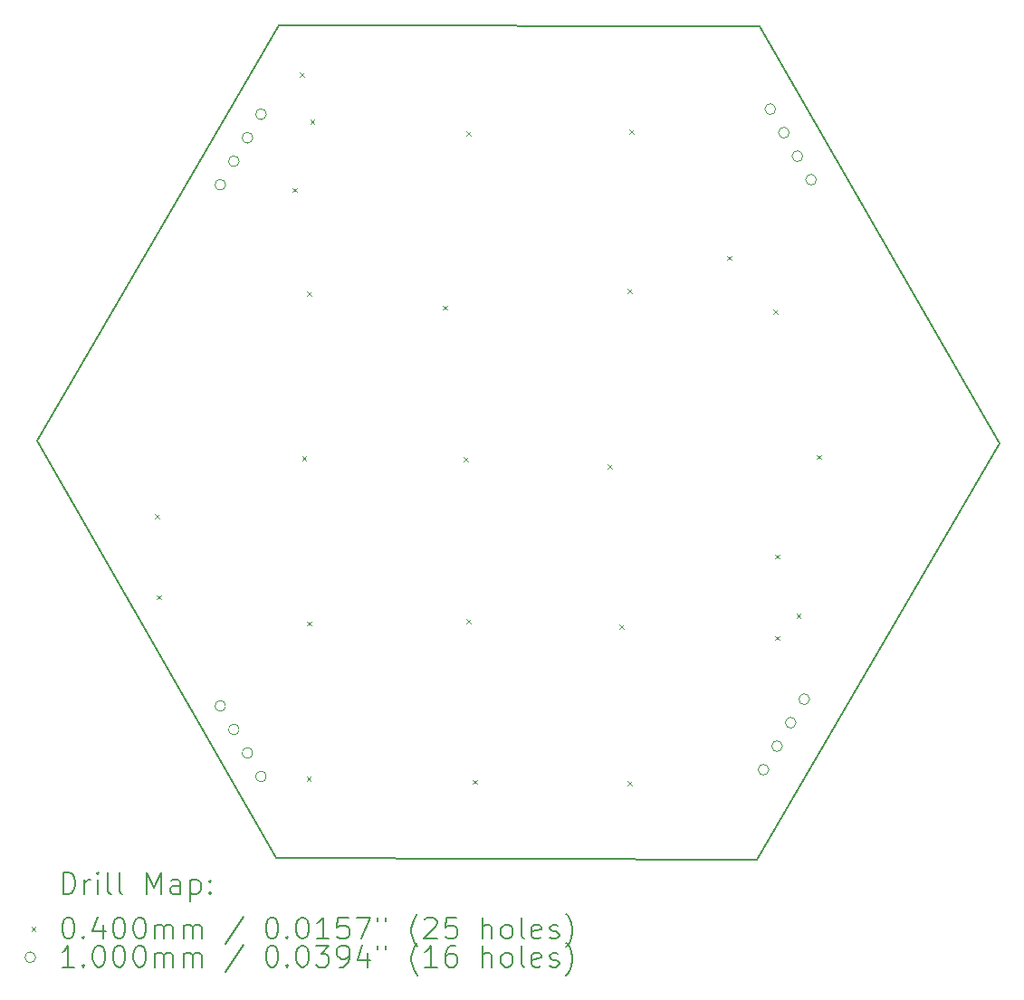
<source format=gbr>
%FSLAX45Y45*%
G04 Gerber Fmt 4.5, Leading zero omitted, Abs format (unit mm)*
G04 Created by KiCad (PCBNEW 6.0.5-a6ca702e91~116~ubuntu22.04.1) date 2022-07-22 23:50:19*
%MOMM*%
%LPD*%
G01*
G04 APERTURE LIST*
%TA.AperFunction,Profile*%
%ADD10C,0.200000*%
%TD*%
%ADD11C,0.200000*%
%ADD12C,0.040000*%
%ADD13C,0.100000*%
G04 APERTURE END LIST*
D10*
X16094357Y-5454412D02*
X11594357Y-5440684D01*
X16070580Y-13248640D02*
X18332469Y-9358390D01*
X11570580Y-13234912D02*
X16070580Y-13248640D01*
X11594357Y-5440684D02*
X9332469Y-9330934D01*
X9332469Y-9330934D02*
X11570580Y-13234912D01*
X18332469Y-9358390D02*
X16094357Y-5454412D01*
D11*
D12*
X10437180Y-10015540D02*
X10477180Y-10055540D01*
X10477180Y-10015540D02*
X10437180Y-10055540D01*
X10457500Y-10775000D02*
X10497500Y-10815000D01*
X10497500Y-10775000D02*
X10457500Y-10815000D01*
X11727500Y-6965000D02*
X11767500Y-7005000D01*
X11767500Y-6965000D02*
X11727500Y-7005000D01*
X11791000Y-5885500D02*
X11831000Y-5925500D01*
X11831000Y-5885500D02*
X11791000Y-5925500D01*
X11813860Y-9477060D02*
X11853860Y-9517060D01*
X11853860Y-9477060D02*
X11813860Y-9517060D01*
X11857040Y-12471720D02*
X11897040Y-12511720D01*
X11897040Y-12471720D02*
X11857040Y-12511720D01*
X11859580Y-7935280D02*
X11899580Y-7975280D01*
X11899580Y-7935280D02*
X11859580Y-7975280D01*
X11862120Y-11018840D02*
X11902120Y-11058840D01*
X11902120Y-11018840D02*
X11862120Y-11058840D01*
X11890060Y-6324920D02*
X11930060Y-6364920D01*
X11930060Y-6324920D02*
X11890060Y-6364920D01*
X13132120Y-8064820D02*
X13172120Y-8104820D01*
X13172120Y-8064820D02*
X13132120Y-8104820D01*
X13327700Y-9482140D02*
X13367700Y-9522140D01*
X13367700Y-9482140D02*
X13327700Y-9522140D01*
X13348020Y-11001060D02*
X13388020Y-11041060D01*
X13388020Y-11001060D02*
X13348020Y-11041060D01*
X13353100Y-6436680D02*
X13393100Y-6476680D01*
X13393100Y-6436680D02*
X13353100Y-6476680D01*
X13408980Y-12502200D02*
X13448980Y-12542200D01*
X13448980Y-12502200D02*
X13408980Y-12542200D01*
X14671360Y-9548180D02*
X14711360Y-9588180D01*
X14711360Y-9548180D02*
X14671360Y-9588180D01*
X14783120Y-11046780D02*
X14823120Y-11086780D01*
X14823120Y-11046780D02*
X14783120Y-11086780D01*
X14856780Y-7907340D02*
X14896780Y-7947340D01*
X14896780Y-7907340D02*
X14856780Y-7947340D01*
X14859320Y-12514900D02*
X14899320Y-12554900D01*
X14899320Y-12514900D02*
X14859320Y-12554900D01*
X14874560Y-6418900D02*
X14914560Y-6458900D01*
X14914560Y-6418900D02*
X14874560Y-6458900D01*
X15791500Y-7600000D02*
X15831500Y-7640000D01*
X15831500Y-7600000D02*
X15791500Y-7640000D01*
X16218220Y-8105460D02*
X16258220Y-8145460D01*
X16258220Y-8105460D02*
X16218220Y-8145460D01*
X16236000Y-10394000D02*
X16276000Y-10434000D01*
X16276000Y-10394000D02*
X16236000Y-10434000D01*
X16236000Y-11156000D02*
X16276000Y-11196000D01*
X16276000Y-11156000D02*
X16236000Y-11196000D01*
X16436660Y-10947720D02*
X16476660Y-10987720D01*
X16476660Y-10947720D02*
X16436660Y-10987720D01*
X16624620Y-9461820D02*
X16664620Y-9501820D01*
X16664620Y-9461820D02*
X16624620Y-9501820D01*
D13*
X11099000Y-6934822D02*
G75*
G03*
X11099000Y-6934822I-50000J0D01*
G01*
X11099000Y-11811000D02*
G75*
G03*
X11099000Y-11811000I-50000J0D01*
G01*
X11226000Y-6714851D02*
G75*
G03*
X11226000Y-6714851I-50000J0D01*
G01*
X11226000Y-12030970D02*
G75*
G03*
X11226000Y-12030970I-50000J0D01*
G01*
X11353000Y-6494881D02*
G75*
G03*
X11353000Y-6494881I-50000J0D01*
G01*
X11353000Y-12250941D02*
G75*
G03*
X11353000Y-12250941I-50000J0D01*
G01*
X11480000Y-6274910D02*
G75*
G03*
X11480000Y-6274910I-50000J0D01*
G01*
X11480000Y-12470911D02*
G75*
G03*
X11480000Y-12470911I-50000J0D01*
G01*
X16179000Y-12407411D02*
G75*
G03*
X16179000Y-12407411I-50000J0D01*
G01*
X16242500Y-6227559D02*
G75*
G03*
X16242500Y-6227559I-50000J0D01*
G01*
X16306000Y-12187441D02*
G75*
G03*
X16306000Y-12187441I-50000J0D01*
G01*
X16369500Y-6447530D02*
G75*
G03*
X16369500Y-6447530I-50000J0D01*
G01*
X16433000Y-11967470D02*
G75*
G03*
X16433000Y-11967470I-50000J0D01*
G01*
X16496500Y-6667500D02*
G75*
G03*
X16496500Y-6667500I-50000J0D01*
G01*
X16560000Y-11747500D02*
G75*
G03*
X16560000Y-11747500I-50000J0D01*
G01*
X16623500Y-6887470D02*
G75*
G03*
X16623500Y-6887470I-50000J0D01*
G01*
D11*
X9580088Y-13569116D02*
X9580088Y-13369116D01*
X9627707Y-13369116D01*
X9656278Y-13378640D01*
X9675326Y-13397688D01*
X9684850Y-13416735D01*
X9694373Y-13454830D01*
X9694373Y-13483402D01*
X9684850Y-13521497D01*
X9675326Y-13540545D01*
X9656278Y-13559592D01*
X9627707Y-13569116D01*
X9580088Y-13569116D01*
X9780088Y-13569116D02*
X9780088Y-13435783D01*
X9780088Y-13473878D02*
X9789612Y-13454830D01*
X9799135Y-13445307D01*
X9818183Y-13435783D01*
X9837231Y-13435783D01*
X9903897Y-13569116D02*
X9903897Y-13435783D01*
X9903897Y-13369116D02*
X9894373Y-13378640D01*
X9903897Y-13388164D01*
X9913421Y-13378640D01*
X9903897Y-13369116D01*
X9903897Y-13388164D01*
X10027707Y-13569116D02*
X10008659Y-13559592D01*
X9999135Y-13540545D01*
X9999135Y-13369116D01*
X10132469Y-13569116D02*
X10113421Y-13559592D01*
X10103897Y-13540545D01*
X10103897Y-13369116D01*
X10361040Y-13569116D02*
X10361040Y-13369116D01*
X10427707Y-13511973D01*
X10494373Y-13369116D01*
X10494373Y-13569116D01*
X10675326Y-13569116D02*
X10675326Y-13464354D01*
X10665802Y-13445307D01*
X10646754Y-13435783D01*
X10608659Y-13435783D01*
X10589612Y-13445307D01*
X10675326Y-13559592D02*
X10656278Y-13569116D01*
X10608659Y-13569116D01*
X10589612Y-13559592D01*
X10580088Y-13540545D01*
X10580088Y-13521497D01*
X10589612Y-13502449D01*
X10608659Y-13492926D01*
X10656278Y-13492926D01*
X10675326Y-13483402D01*
X10770564Y-13435783D02*
X10770564Y-13635783D01*
X10770564Y-13445307D02*
X10789612Y-13435783D01*
X10827707Y-13435783D01*
X10846754Y-13445307D01*
X10856278Y-13454830D01*
X10865802Y-13473878D01*
X10865802Y-13531021D01*
X10856278Y-13550068D01*
X10846754Y-13559592D01*
X10827707Y-13569116D01*
X10789612Y-13569116D01*
X10770564Y-13559592D01*
X10951516Y-13550068D02*
X10961040Y-13559592D01*
X10951516Y-13569116D01*
X10941993Y-13559592D01*
X10951516Y-13550068D01*
X10951516Y-13569116D01*
X10951516Y-13445307D02*
X10961040Y-13454830D01*
X10951516Y-13464354D01*
X10941993Y-13454830D01*
X10951516Y-13445307D01*
X10951516Y-13464354D01*
D12*
X9282469Y-13878640D02*
X9322469Y-13918640D01*
X9322469Y-13878640D02*
X9282469Y-13918640D01*
D11*
X9618183Y-13789116D02*
X9637231Y-13789116D01*
X9656278Y-13798640D01*
X9665802Y-13808164D01*
X9675326Y-13827211D01*
X9684850Y-13865307D01*
X9684850Y-13912926D01*
X9675326Y-13951021D01*
X9665802Y-13970068D01*
X9656278Y-13979592D01*
X9637231Y-13989116D01*
X9618183Y-13989116D01*
X9599135Y-13979592D01*
X9589612Y-13970068D01*
X9580088Y-13951021D01*
X9570564Y-13912926D01*
X9570564Y-13865307D01*
X9580088Y-13827211D01*
X9589612Y-13808164D01*
X9599135Y-13798640D01*
X9618183Y-13789116D01*
X9770564Y-13970068D02*
X9780088Y-13979592D01*
X9770564Y-13989116D01*
X9761040Y-13979592D01*
X9770564Y-13970068D01*
X9770564Y-13989116D01*
X9951516Y-13855783D02*
X9951516Y-13989116D01*
X9903897Y-13779592D02*
X9856278Y-13922449D01*
X9980088Y-13922449D01*
X10094373Y-13789116D02*
X10113421Y-13789116D01*
X10132469Y-13798640D01*
X10141993Y-13808164D01*
X10151516Y-13827211D01*
X10161040Y-13865307D01*
X10161040Y-13912926D01*
X10151516Y-13951021D01*
X10141993Y-13970068D01*
X10132469Y-13979592D01*
X10113421Y-13989116D01*
X10094373Y-13989116D01*
X10075326Y-13979592D01*
X10065802Y-13970068D01*
X10056278Y-13951021D01*
X10046754Y-13912926D01*
X10046754Y-13865307D01*
X10056278Y-13827211D01*
X10065802Y-13808164D01*
X10075326Y-13798640D01*
X10094373Y-13789116D01*
X10284850Y-13789116D02*
X10303897Y-13789116D01*
X10322945Y-13798640D01*
X10332469Y-13808164D01*
X10341993Y-13827211D01*
X10351516Y-13865307D01*
X10351516Y-13912926D01*
X10341993Y-13951021D01*
X10332469Y-13970068D01*
X10322945Y-13979592D01*
X10303897Y-13989116D01*
X10284850Y-13989116D01*
X10265802Y-13979592D01*
X10256278Y-13970068D01*
X10246754Y-13951021D01*
X10237231Y-13912926D01*
X10237231Y-13865307D01*
X10246754Y-13827211D01*
X10256278Y-13808164D01*
X10265802Y-13798640D01*
X10284850Y-13789116D01*
X10437231Y-13989116D02*
X10437231Y-13855783D01*
X10437231Y-13874830D02*
X10446754Y-13865307D01*
X10465802Y-13855783D01*
X10494373Y-13855783D01*
X10513421Y-13865307D01*
X10522945Y-13884354D01*
X10522945Y-13989116D01*
X10522945Y-13884354D02*
X10532469Y-13865307D01*
X10551516Y-13855783D01*
X10580088Y-13855783D01*
X10599135Y-13865307D01*
X10608659Y-13884354D01*
X10608659Y-13989116D01*
X10703897Y-13989116D02*
X10703897Y-13855783D01*
X10703897Y-13874830D02*
X10713421Y-13865307D01*
X10732469Y-13855783D01*
X10761040Y-13855783D01*
X10780088Y-13865307D01*
X10789612Y-13884354D01*
X10789612Y-13989116D01*
X10789612Y-13884354D02*
X10799135Y-13865307D01*
X10818183Y-13855783D01*
X10846754Y-13855783D01*
X10865802Y-13865307D01*
X10875326Y-13884354D01*
X10875326Y-13989116D01*
X11265802Y-13779592D02*
X11094373Y-14036735D01*
X11522945Y-13789116D02*
X11541992Y-13789116D01*
X11561040Y-13798640D01*
X11570564Y-13808164D01*
X11580088Y-13827211D01*
X11589611Y-13865307D01*
X11589611Y-13912926D01*
X11580088Y-13951021D01*
X11570564Y-13970068D01*
X11561040Y-13979592D01*
X11541992Y-13989116D01*
X11522945Y-13989116D01*
X11503897Y-13979592D01*
X11494373Y-13970068D01*
X11484850Y-13951021D01*
X11475326Y-13912926D01*
X11475326Y-13865307D01*
X11484850Y-13827211D01*
X11494373Y-13808164D01*
X11503897Y-13798640D01*
X11522945Y-13789116D01*
X11675326Y-13970068D02*
X11684850Y-13979592D01*
X11675326Y-13989116D01*
X11665802Y-13979592D01*
X11675326Y-13970068D01*
X11675326Y-13989116D01*
X11808659Y-13789116D02*
X11827707Y-13789116D01*
X11846754Y-13798640D01*
X11856278Y-13808164D01*
X11865802Y-13827211D01*
X11875326Y-13865307D01*
X11875326Y-13912926D01*
X11865802Y-13951021D01*
X11856278Y-13970068D01*
X11846754Y-13979592D01*
X11827707Y-13989116D01*
X11808659Y-13989116D01*
X11789611Y-13979592D01*
X11780088Y-13970068D01*
X11770564Y-13951021D01*
X11761040Y-13912926D01*
X11761040Y-13865307D01*
X11770564Y-13827211D01*
X11780088Y-13808164D01*
X11789611Y-13798640D01*
X11808659Y-13789116D01*
X12065802Y-13989116D02*
X11951516Y-13989116D01*
X12008659Y-13989116D02*
X12008659Y-13789116D01*
X11989611Y-13817688D01*
X11970564Y-13836735D01*
X11951516Y-13846259D01*
X12246754Y-13789116D02*
X12151516Y-13789116D01*
X12141992Y-13884354D01*
X12151516Y-13874830D01*
X12170564Y-13865307D01*
X12218183Y-13865307D01*
X12237231Y-13874830D01*
X12246754Y-13884354D01*
X12256278Y-13903402D01*
X12256278Y-13951021D01*
X12246754Y-13970068D01*
X12237231Y-13979592D01*
X12218183Y-13989116D01*
X12170564Y-13989116D01*
X12151516Y-13979592D01*
X12141992Y-13970068D01*
X12322945Y-13789116D02*
X12456278Y-13789116D01*
X12370564Y-13989116D01*
X12522945Y-13789116D02*
X12522945Y-13827211D01*
X12599135Y-13789116D02*
X12599135Y-13827211D01*
X12894373Y-14065307D02*
X12884850Y-14055783D01*
X12865802Y-14027211D01*
X12856278Y-14008164D01*
X12846754Y-13979592D01*
X12837231Y-13931973D01*
X12837231Y-13893878D01*
X12846754Y-13846259D01*
X12856278Y-13817688D01*
X12865802Y-13798640D01*
X12884850Y-13770068D01*
X12894373Y-13760545D01*
X12961040Y-13808164D02*
X12970564Y-13798640D01*
X12989611Y-13789116D01*
X13037231Y-13789116D01*
X13056278Y-13798640D01*
X13065802Y-13808164D01*
X13075326Y-13827211D01*
X13075326Y-13846259D01*
X13065802Y-13874830D01*
X12951516Y-13989116D01*
X13075326Y-13989116D01*
X13256278Y-13789116D02*
X13161040Y-13789116D01*
X13151516Y-13884354D01*
X13161040Y-13874830D01*
X13180088Y-13865307D01*
X13227707Y-13865307D01*
X13246754Y-13874830D01*
X13256278Y-13884354D01*
X13265802Y-13903402D01*
X13265802Y-13951021D01*
X13256278Y-13970068D01*
X13246754Y-13979592D01*
X13227707Y-13989116D01*
X13180088Y-13989116D01*
X13161040Y-13979592D01*
X13151516Y-13970068D01*
X13503897Y-13989116D02*
X13503897Y-13789116D01*
X13589611Y-13989116D02*
X13589611Y-13884354D01*
X13580088Y-13865307D01*
X13561040Y-13855783D01*
X13532469Y-13855783D01*
X13513421Y-13865307D01*
X13503897Y-13874830D01*
X13713421Y-13989116D02*
X13694373Y-13979592D01*
X13684850Y-13970068D01*
X13675326Y-13951021D01*
X13675326Y-13893878D01*
X13684850Y-13874830D01*
X13694373Y-13865307D01*
X13713421Y-13855783D01*
X13741992Y-13855783D01*
X13761040Y-13865307D01*
X13770564Y-13874830D01*
X13780088Y-13893878D01*
X13780088Y-13951021D01*
X13770564Y-13970068D01*
X13761040Y-13979592D01*
X13741992Y-13989116D01*
X13713421Y-13989116D01*
X13894373Y-13989116D02*
X13875326Y-13979592D01*
X13865802Y-13960545D01*
X13865802Y-13789116D01*
X14046754Y-13979592D02*
X14027707Y-13989116D01*
X13989611Y-13989116D01*
X13970564Y-13979592D01*
X13961040Y-13960545D01*
X13961040Y-13884354D01*
X13970564Y-13865307D01*
X13989611Y-13855783D01*
X14027707Y-13855783D01*
X14046754Y-13865307D01*
X14056278Y-13884354D01*
X14056278Y-13903402D01*
X13961040Y-13922449D01*
X14132469Y-13979592D02*
X14151516Y-13989116D01*
X14189611Y-13989116D01*
X14208659Y-13979592D01*
X14218183Y-13960545D01*
X14218183Y-13951021D01*
X14208659Y-13931973D01*
X14189611Y-13922449D01*
X14161040Y-13922449D01*
X14141992Y-13912926D01*
X14132469Y-13893878D01*
X14132469Y-13884354D01*
X14141992Y-13865307D01*
X14161040Y-13855783D01*
X14189611Y-13855783D01*
X14208659Y-13865307D01*
X14284850Y-14065307D02*
X14294373Y-14055783D01*
X14313421Y-14027211D01*
X14322945Y-14008164D01*
X14332469Y-13979592D01*
X14341992Y-13931973D01*
X14341992Y-13893878D01*
X14332469Y-13846259D01*
X14322945Y-13817688D01*
X14313421Y-13798640D01*
X14294373Y-13770068D01*
X14284850Y-13760545D01*
D13*
X9322469Y-14162640D02*
G75*
G03*
X9322469Y-14162640I-50000J0D01*
G01*
D11*
X9684850Y-14253116D02*
X9570564Y-14253116D01*
X9627707Y-14253116D02*
X9627707Y-14053116D01*
X9608659Y-14081688D01*
X9589612Y-14100735D01*
X9570564Y-14110259D01*
X9770564Y-14234068D02*
X9780088Y-14243592D01*
X9770564Y-14253116D01*
X9761040Y-14243592D01*
X9770564Y-14234068D01*
X9770564Y-14253116D01*
X9903897Y-14053116D02*
X9922945Y-14053116D01*
X9941993Y-14062640D01*
X9951516Y-14072164D01*
X9961040Y-14091211D01*
X9970564Y-14129307D01*
X9970564Y-14176926D01*
X9961040Y-14215021D01*
X9951516Y-14234068D01*
X9941993Y-14243592D01*
X9922945Y-14253116D01*
X9903897Y-14253116D01*
X9884850Y-14243592D01*
X9875326Y-14234068D01*
X9865802Y-14215021D01*
X9856278Y-14176926D01*
X9856278Y-14129307D01*
X9865802Y-14091211D01*
X9875326Y-14072164D01*
X9884850Y-14062640D01*
X9903897Y-14053116D01*
X10094373Y-14053116D02*
X10113421Y-14053116D01*
X10132469Y-14062640D01*
X10141993Y-14072164D01*
X10151516Y-14091211D01*
X10161040Y-14129307D01*
X10161040Y-14176926D01*
X10151516Y-14215021D01*
X10141993Y-14234068D01*
X10132469Y-14243592D01*
X10113421Y-14253116D01*
X10094373Y-14253116D01*
X10075326Y-14243592D01*
X10065802Y-14234068D01*
X10056278Y-14215021D01*
X10046754Y-14176926D01*
X10046754Y-14129307D01*
X10056278Y-14091211D01*
X10065802Y-14072164D01*
X10075326Y-14062640D01*
X10094373Y-14053116D01*
X10284850Y-14053116D02*
X10303897Y-14053116D01*
X10322945Y-14062640D01*
X10332469Y-14072164D01*
X10341993Y-14091211D01*
X10351516Y-14129307D01*
X10351516Y-14176926D01*
X10341993Y-14215021D01*
X10332469Y-14234068D01*
X10322945Y-14243592D01*
X10303897Y-14253116D01*
X10284850Y-14253116D01*
X10265802Y-14243592D01*
X10256278Y-14234068D01*
X10246754Y-14215021D01*
X10237231Y-14176926D01*
X10237231Y-14129307D01*
X10246754Y-14091211D01*
X10256278Y-14072164D01*
X10265802Y-14062640D01*
X10284850Y-14053116D01*
X10437231Y-14253116D02*
X10437231Y-14119783D01*
X10437231Y-14138830D02*
X10446754Y-14129307D01*
X10465802Y-14119783D01*
X10494373Y-14119783D01*
X10513421Y-14129307D01*
X10522945Y-14148354D01*
X10522945Y-14253116D01*
X10522945Y-14148354D02*
X10532469Y-14129307D01*
X10551516Y-14119783D01*
X10580088Y-14119783D01*
X10599135Y-14129307D01*
X10608659Y-14148354D01*
X10608659Y-14253116D01*
X10703897Y-14253116D02*
X10703897Y-14119783D01*
X10703897Y-14138830D02*
X10713421Y-14129307D01*
X10732469Y-14119783D01*
X10761040Y-14119783D01*
X10780088Y-14129307D01*
X10789612Y-14148354D01*
X10789612Y-14253116D01*
X10789612Y-14148354D02*
X10799135Y-14129307D01*
X10818183Y-14119783D01*
X10846754Y-14119783D01*
X10865802Y-14129307D01*
X10875326Y-14148354D01*
X10875326Y-14253116D01*
X11265802Y-14043592D02*
X11094373Y-14300735D01*
X11522945Y-14053116D02*
X11541992Y-14053116D01*
X11561040Y-14062640D01*
X11570564Y-14072164D01*
X11580088Y-14091211D01*
X11589611Y-14129307D01*
X11589611Y-14176926D01*
X11580088Y-14215021D01*
X11570564Y-14234068D01*
X11561040Y-14243592D01*
X11541992Y-14253116D01*
X11522945Y-14253116D01*
X11503897Y-14243592D01*
X11494373Y-14234068D01*
X11484850Y-14215021D01*
X11475326Y-14176926D01*
X11475326Y-14129307D01*
X11484850Y-14091211D01*
X11494373Y-14072164D01*
X11503897Y-14062640D01*
X11522945Y-14053116D01*
X11675326Y-14234068D02*
X11684850Y-14243592D01*
X11675326Y-14253116D01*
X11665802Y-14243592D01*
X11675326Y-14234068D01*
X11675326Y-14253116D01*
X11808659Y-14053116D02*
X11827707Y-14053116D01*
X11846754Y-14062640D01*
X11856278Y-14072164D01*
X11865802Y-14091211D01*
X11875326Y-14129307D01*
X11875326Y-14176926D01*
X11865802Y-14215021D01*
X11856278Y-14234068D01*
X11846754Y-14243592D01*
X11827707Y-14253116D01*
X11808659Y-14253116D01*
X11789611Y-14243592D01*
X11780088Y-14234068D01*
X11770564Y-14215021D01*
X11761040Y-14176926D01*
X11761040Y-14129307D01*
X11770564Y-14091211D01*
X11780088Y-14072164D01*
X11789611Y-14062640D01*
X11808659Y-14053116D01*
X11941992Y-14053116D02*
X12065802Y-14053116D01*
X11999135Y-14129307D01*
X12027707Y-14129307D01*
X12046754Y-14138830D01*
X12056278Y-14148354D01*
X12065802Y-14167402D01*
X12065802Y-14215021D01*
X12056278Y-14234068D01*
X12046754Y-14243592D01*
X12027707Y-14253116D01*
X11970564Y-14253116D01*
X11951516Y-14243592D01*
X11941992Y-14234068D01*
X12161040Y-14253116D02*
X12199135Y-14253116D01*
X12218183Y-14243592D01*
X12227707Y-14234068D01*
X12246754Y-14205497D01*
X12256278Y-14167402D01*
X12256278Y-14091211D01*
X12246754Y-14072164D01*
X12237231Y-14062640D01*
X12218183Y-14053116D01*
X12180088Y-14053116D01*
X12161040Y-14062640D01*
X12151516Y-14072164D01*
X12141992Y-14091211D01*
X12141992Y-14138830D01*
X12151516Y-14157878D01*
X12161040Y-14167402D01*
X12180088Y-14176926D01*
X12218183Y-14176926D01*
X12237231Y-14167402D01*
X12246754Y-14157878D01*
X12256278Y-14138830D01*
X12427707Y-14119783D02*
X12427707Y-14253116D01*
X12380088Y-14043592D02*
X12332469Y-14186449D01*
X12456278Y-14186449D01*
X12522945Y-14053116D02*
X12522945Y-14091211D01*
X12599135Y-14053116D02*
X12599135Y-14091211D01*
X12894373Y-14329307D02*
X12884850Y-14319783D01*
X12865802Y-14291211D01*
X12856278Y-14272164D01*
X12846754Y-14243592D01*
X12837231Y-14195973D01*
X12837231Y-14157878D01*
X12846754Y-14110259D01*
X12856278Y-14081688D01*
X12865802Y-14062640D01*
X12884850Y-14034068D01*
X12894373Y-14024545D01*
X13075326Y-14253116D02*
X12961040Y-14253116D01*
X13018183Y-14253116D02*
X13018183Y-14053116D01*
X12999135Y-14081688D01*
X12980088Y-14100735D01*
X12961040Y-14110259D01*
X13246754Y-14053116D02*
X13208659Y-14053116D01*
X13189611Y-14062640D01*
X13180088Y-14072164D01*
X13161040Y-14100735D01*
X13151516Y-14138830D01*
X13151516Y-14215021D01*
X13161040Y-14234068D01*
X13170564Y-14243592D01*
X13189611Y-14253116D01*
X13227707Y-14253116D01*
X13246754Y-14243592D01*
X13256278Y-14234068D01*
X13265802Y-14215021D01*
X13265802Y-14167402D01*
X13256278Y-14148354D01*
X13246754Y-14138830D01*
X13227707Y-14129307D01*
X13189611Y-14129307D01*
X13170564Y-14138830D01*
X13161040Y-14148354D01*
X13151516Y-14167402D01*
X13503897Y-14253116D02*
X13503897Y-14053116D01*
X13589611Y-14253116D02*
X13589611Y-14148354D01*
X13580088Y-14129307D01*
X13561040Y-14119783D01*
X13532469Y-14119783D01*
X13513421Y-14129307D01*
X13503897Y-14138830D01*
X13713421Y-14253116D02*
X13694373Y-14243592D01*
X13684850Y-14234068D01*
X13675326Y-14215021D01*
X13675326Y-14157878D01*
X13684850Y-14138830D01*
X13694373Y-14129307D01*
X13713421Y-14119783D01*
X13741992Y-14119783D01*
X13761040Y-14129307D01*
X13770564Y-14138830D01*
X13780088Y-14157878D01*
X13780088Y-14215021D01*
X13770564Y-14234068D01*
X13761040Y-14243592D01*
X13741992Y-14253116D01*
X13713421Y-14253116D01*
X13894373Y-14253116D02*
X13875326Y-14243592D01*
X13865802Y-14224545D01*
X13865802Y-14053116D01*
X14046754Y-14243592D02*
X14027707Y-14253116D01*
X13989611Y-14253116D01*
X13970564Y-14243592D01*
X13961040Y-14224545D01*
X13961040Y-14148354D01*
X13970564Y-14129307D01*
X13989611Y-14119783D01*
X14027707Y-14119783D01*
X14046754Y-14129307D01*
X14056278Y-14148354D01*
X14056278Y-14167402D01*
X13961040Y-14186449D01*
X14132469Y-14243592D02*
X14151516Y-14253116D01*
X14189611Y-14253116D01*
X14208659Y-14243592D01*
X14218183Y-14224545D01*
X14218183Y-14215021D01*
X14208659Y-14195973D01*
X14189611Y-14186449D01*
X14161040Y-14186449D01*
X14141992Y-14176926D01*
X14132469Y-14157878D01*
X14132469Y-14148354D01*
X14141992Y-14129307D01*
X14161040Y-14119783D01*
X14189611Y-14119783D01*
X14208659Y-14129307D01*
X14284850Y-14329307D02*
X14294373Y-14319783D01*
X14313421Y-14291211D01*
X14322945Y-14272164D01*
X14332469Y-14243592D01*
X14341992Y-14195973D01*
X14341992Y-14157878D01*
X14332469Y-14110259D01*
X14322945Y-14081688D01*
X14313421Y-14062640D01*
X14294373Y-14034068D01*
X14284850Y-14024545D01*
M02*

</source>
